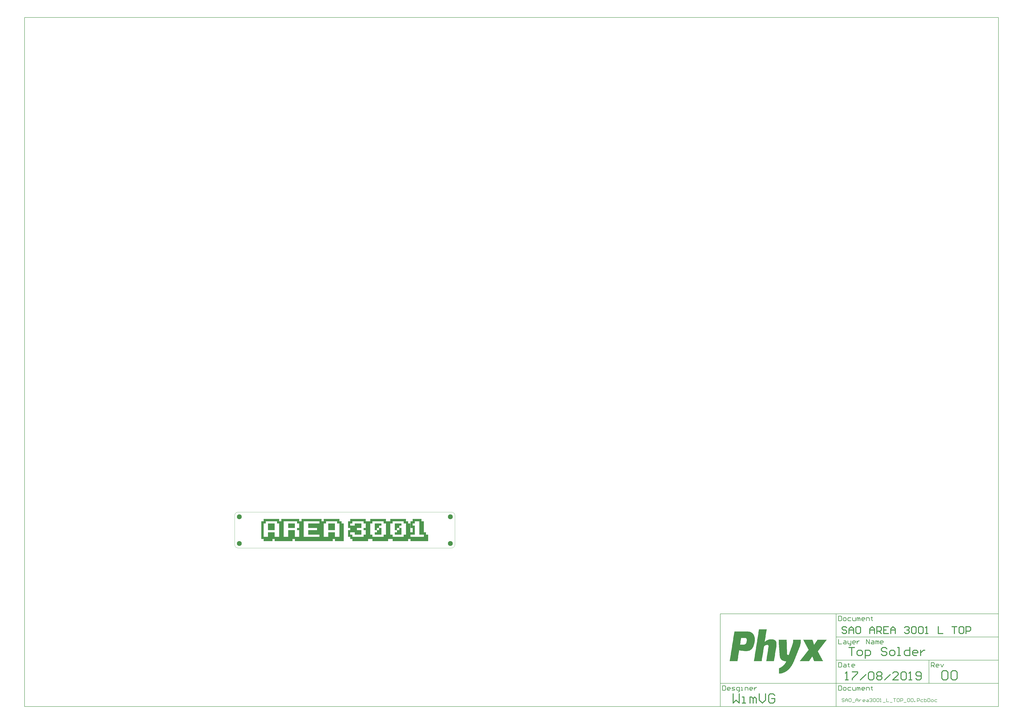
<source format=gts>
G04*
G04 #@! TF.GenerationSoftware,Altium Limited,Altium Designer,18.1.7 (191)*
G04*
G04 Layer_Color=8388736*
%FSLAX25Y25*%
%MOIN*%
G70*
G01*
G75*
%ADD10C,0.01575*%
%ADD11C,0.00394*%
%ADD12C,0.00787*%
%ADD13C,0.00984*%
%ADD14C,0.08268*%
G36*
X177807Y45566D02*
X181616D01*
Y41837D01*
X185344D01*
Y38029D01*
Y34220D01*
Y30452D01*
Y26643D01*
Y22835D01*
Y19106D01*
Y15378D01*
Y11649D01*
X170230D01*
Y15378D01*
X166422D01*
Y11649D01*
X151308D01*
Y15378D01*
X151268D01*
Y11649D01*
X117231D01*
Y15378D01*
X117191D01*
Y11649D01*
X102077D01*
Y15378D01*
X98269D01*
Y11649D01*
X83155D01*
Y15378D01*
X83115D01*
Y11649D01*
X68001D01*
Y15378D01*
X64192D01*
Y11649D01*
X49078D01*
Y15378D01*
X45310D01*
Y19106D01*
Y22835D01*
Y26643D01*
Y30452D01*
Y34220D01*
Y38029D01*
Y41837D01*
Y45566D01*
X49078D01*
Y49374D01*
X75578D01*
Y45566D01*
X79386D01*
Y49374D01*
X109654D01*
Y45566D01*
X113463D01*
Y49374D01*
X147539D01*
Y45566D01*
X151308D01*
Y49374D01*
X177807D01*
Y45566D01*
D02*
G37*
G36*
X317320D02*
X321129D01*
Y41837D01*
Y38029D01*
Y34220D01*
Y30452D01*
Y26643D01*
X324897D01*
Y22835D01*
X328706D01*
Y19106D01*
Y15378D01*
Y11649D01*
X298398D01*
Y15378D01*
X294630D01*
Y11649D01*
X268130D01*
Y15378D01*
X264321D01*
Y19106D01*
X264281D01*
Y15378D01*
X260553D01*
Y11649D01*
X234053D01*
Y15378D01*
X230245D01*
Y19106D01*
X230205D01*
Y15378D01*
X226477D01*
Y11649D01*
X199977D01*
Y15378D01*
X196168D01*
Y19106D01*
X192400D01*
Y22835D01*
Y26643D01*
Y30452D01*
X196168D01*
Y34220D01*
X192400D01*
Y38029D01*
Y41837D01*
Y45566D01*
X196168D01*
Y49374D01*
X222668D01*
Y45566D01*
X230245D01*
Y49374D01*
X256744D01*
Y45566D01*
X264321D01*
Y49374D01*
X290821D01*
Y45566D01*
X294630D01*
Y41837D01*
X298358D01*
Y38029D01*
Y34220D01*
Y30452D01*
Y26643D01*
X302206D01*
Y30452D01*
Y34220D01*
X298398D01*
Y38029D01*
Y41837D01*
Y45566D01*
X302206D01*
Y49374D01*
X317320D01*
Y45566D01*
D02*
G37*
G36*
X1005337Y-155808D02*
X1005050D01*
Y-156094D01*
X1004764D01*
Y-156380D01*
Y-156667D01*
X1004478D01*
Y-156953D01*
X1004192D01*
Y-157239D01*
X1003905D01*
Y-157526D01*
Y-157812D01*
X1003619D01*
Y-158098D01*
X1003333D01*
Y-158385D01*
X1003046D01*
Y-158671D01*
X1002760D01*
Y-158957D01*
Y-159244D01*
X1002474D01*
Y-159530D01*
X1002187D01*
Y-159816D01*
X1001901D01*
Y-160102D01*
Y-160389D01*
X1001615D01*
Y-160675D01*
X1001328D01*
Y-160961D01*
X1001042D01*
Y-161248D01*
X1000756D01*
Y-161534D01*
Y-161820D01*
X1000469D01*
Y-162107D01*
X1000183D01*
Y-162393D01*
X999897D01*
Y-162679D01*
Y-162966D01*
X999611D01*
Y-163252D01*
X999324D01*
Y-163538D01*
X999038D01*
Y-163824D01*
Y-164111D01*
X998752D01*
Y-164397D01*
X998465D01*
Y-164683D01*
X998179D01*
Y-164970D01*
X997893D01*
Y-165256D01*
Y-165542D01*
X997606D01*
Y-165829D01*
X997320D01*
Y-166115D01*
X997034D01*
Y-166401D01*
Y-166688D01*
X996747D01*
Y-166974D01*
X996461D01*
Y-167260D01*
X996175D01*
Y-167547D01*
Y-167833D01*
X995889D01*
Y-168119D01*
X995602D01*
Y-168405D01*
X995316D01*
Y-168692D01*
X995030D01*
Y-168978D01*
Y-169264D01*
X994743D01*
Y-169551D01*
X994457D01*
Y-169837D01*
X994171D01*
Y-170123D01*
Y-170410D01*
X993884D01*
Y-170696D01*
X993598D01*
Y-170982D01*
X993312D01*
Y-171269D01*
Y-171555D01*
X993025D01*
Y-171841D01*
X992739D01*
Y-172127D01*
X992453D01*
Y-172414D01*
X992166D01*
Y-172700D01*
Y-172986D01*
X991880D01*
Y-173273D01*
X991594D01*
Y-173559D01*
X991308D01*
Y-173845D01*
Y-174132D01*
X991021D01*
Y-174418D01*
X990735D01*
Y-174704D01*
X990449D01*
Y-174991D01*
X990162D01*
Y-175277D01*
Y-175563D01*
X990449D01*
Y-175850D01*
Y-176136D01*
X990735D01*
Y-176422D01*
Y-176709D01*
X991021D01*
Y-176995D01*
X991308D01*
Y-177281D01*
Y-177568D01*
X991594D01*
Y-177854D01*
Y-178140D01*
X991880D01*
Y-178426D01*
Y-178713D01*
X992166D01*
Y-178999D01*
Y-179285D01*
X992453D01*
Y-179572D01*
Y-179858D01*
X992739D01*
Y-180144D01*
Y-180431D01*
X993025D01*
Y-180717D01*
Y-181003D01*
X993312D01*
Y-181290D01*
Y-181576D01*
X993598D01*
Y-181862D01*
X993884D01*
Y-182149D01*
Y-182435D01*
X994171D01*
Y-182721D01*
Y-183007D01*
X994457D01*
Y-183294D01*
Y-183580D01*
X994743D01*
Y-183866D01*
Y-184153D01*
X995030D01*
Y-184439D01*
Y-184725D01*
X995316D01*
Y-185012D01*
Y-185298D01*
X995602D01*
Y-185584D01*
Y-185871D01*
X995889D01*
Y-186157D01*
X996175D01*
Y-186443D01*
Y-186730D01*
X996461D01*
Y-187016D01*
Y-187302D01*
X996747D01*
Y-187588D01*
Y-187875D01*
X997034D01*
Y-188161D01*
Y-188447D01*
X997320D01*
Y-188734D01*
Y-189020D01*
X997606D01*
Y-189306D01*
Y-189593D01*
X997893D01*
Y-189879D01*
Y-190165D01*
X998179D01*
Y-190452D01*
X998465D01*
Y-190738D01*
Y-191024D01*
X998752D01*
Y-191311D01*
Y-191597D01*
X999038D01*
Y-191883D01*
X983863D01*
Y-191597D01*
X983577D01*
Y-191311D01*
Y-191024D01*
Y-190738D01*
X983291D01*
Y-190452D01*
Y-190165D01*
Y-189879D01*
X983004D01*
Y-189593D01*
Y-189306D01*
X982718D01*
Y-189020D01*
Y-188734D01*
Y-188447D01*
X982432D01*
Y-188161D01*
Y-187875D01*
Y-187588D01*
X982146D01*
Y-187302D01*
Y-187016D01*
X981859D01*
Y-186730D01*
Y-186443D01*
Y-186157D01*
X981573D01*
Y-185871D01*
Y-185584D01*
Y-185298D01*
X981287D01*
Y-185012D01*
Y-184725D01*
Y-184439D01*
X981000D01*
Y-184153D01*
X980428D01*
Y-184439D01*
Y-184725D01*
X980141D01*
Y-185012D01*
X979855D01*
Y-185298D01*
Y-185584D01*
X979569D01*
Y-185871D01*
X979282D01*
Y-186157D01*
Y-186443D01*
X978996D01*
Y-186730D01*
X978710D01*
Y-187016D01*
Y-187302D01*
X978423D01*
Y-187588D01*
X978137D01*
Y-187875D01*
X977851D01*
Y-188161D01*
Y-188447D01*
X977565D01*
Y-188734D01*
X977278D01*
Y-189020D01*
Y-189306D01*
X976992D01*
Y-189593D01*
X976705D01*
Y-189879D01*
Y-190165D01*
X976419D01*
Y-190452D01*
X976133D01*
Y-190738D01*
Y-191024D01*
X975847D01*
Y-191311D01*
X975560D01*
Y-191597D01*
Y-191883D01*
X959527D01*
Y-191597D01*
X959813D01*
Y-191311D01*
X960099D01*
Y-191024D01*
X960386D01*
Y-190738D01*
X960672D01*
Y-190452D01*
Y-190165D01*
X960958D01*
Y-189879D01*
X961245D01*
Y-189593D01*
X961531D01*
Y-189306D01*
X961817D01*
Y-189020D01*
Y-188734D01*
X962104D01*
Y-188447D01*
X962390D01*
Y-188161D01*
X962676D01*
Y-187875D01*
Y-187588D01*
X962963D01*
Y-187302D01*
X963249D01*
Y-187016D01*
X963535D01*
Y-186730D01*
X963822D01*
Y-186443D01*
Y-186157D01*
X964108D01*
Y-185871D01*
X964394D01*
Y-185584D01*
X964680D01*
Y-185298D01*
X964967D01*
Y-185012D01*
Y-184725D01*
X965253D01*
Y-184439D01*
X965539D01*
Y-184153D01*
X965826D01*
Y-183866D01*
Y-183580D01*
X966112D01*
Y-183294D01*
X966398D01*
Y-183007D01*
X966685D01*
Y-182721D01*
X966971D01*
Y-182435D01*
Y-182149D01*
X967257D01*
Y-181862D01*
X967544D01*
Y-181576D01*
X967830D01*
Y-181290D01*
Y-181003D01*
X968116D01*
Y-180717D01*
X968402D01*
Y-180431D01*
X968689D01*
Y-180144D01*
X968975D01*
Y-179858D01*
Y-179572D01*
X969261D01*
Y-179285D01*
X969548D01*
Y-178999D01*
X969834D01*
Y-178713D01*
Y-178426D01*
X970120D01*
Y-178140D01*
X970407D01*
Y-177854D01*
X970693D01*
Y-177568D01*
X970979D01*
Y-177281D01*
Y-176995D01*
X971266D01*
Y-176709D01*
X971552D01*
Y-176422D01*
X971838D01*
Y-176136D01*
X972124D01*
Y-175850D01*
Y-175563D01*
X972411D01*
Y-175277D01*
X972697D01*
Y-174991D01*
X972983D01*
Y-174704D01*
Y-174418D01*
X973270D01*
Y-174132D01*
X973556D01*
Y-173845D01*
X973842D01*
Y-173559D01*
X974129D01*
Y-173273D01*
Y-172986D01*
X974415D01*
Y-172700D01*
Y-172414D01*
Y-172127D01*
X974129D01*
Y-171841D01*
X973842D01*
Y-171555D01*
Y-171269D01*
X973556D01*
Y-170982D01*
Y-170696D01*
X973270D01*
Y-170410D01*
Y-170123D01*
X972983D01*
Y-169837D01*
Y-169551D01*
X972697D01*
Y-169264D01*
Y-168978D01*
X972411D01*
Y-168692D01*
Y-168405D01*
X972124D01*
Y-168119D01*
X971838D01*
Y-167833D01*
Y-167547D01*
X971552D01*
Y-167260D01*
Y-166974D01*
X971266D01*
Y-166688D01*
Y-166401D01*
X970979D01*
Y-166115D01*
Y-165829D01*
X970693D01*
Y-165542D01*
Y-165256D01*
X970407D01*
Y-164970D01*
Y-164683D01*
X970120D01*
Y-164397D01*
X969834D01*
Y-164111D01*
Y-163824D01*
X969548D01*
Y-163538D01*
Y-163252D01*
X969261D01*
Y-162966D01*
Y-162679D01*
X968975D01*
Y-162393D01*
Y-162107D01*
X968689D01*
Y-161820D01*
Y-161534D01*
X968402D01*
Y-161248D01*
Y-160961D01*
X968116D01*
Y-160675D01*
Y-160389D01*
X967830D01*
Y-160102D01*
X967544D01*
Y-159816D01*
Y-159530D01*
X967257D01*
Y-159244D01*
Y-158957D01*
X966971D01*
Y-158671D01*
Y-158385D01*
X966685D01*
Y-158098D01*
Y-157812D01*
X966398D01*
Y-157526D01*
Y-157239D01*
X966112D01*
Y-156953D01*
Y-156667D01*
X965826D01*
Y-156380D01*
X965539D01*
Y-156094D01*
Y-155808D01*
X965253D01*
Y-155521D01*
X981000D01*
Y-155808D01*
X981287D01*
Y-156094D01*
Y-156380D01*
Y-156667D01*
X981573D01*
Y-156953D01*
Y-157239D01*
Y-157526D01*
X981859D01*
Y-157812D01*
Y-158098D01*
Y-158385D01*
X982146D01*
Y-158671D01*
Y-158957D01*
Y-159244D01*
X982432D01*
Y-159530D01*
Y-159816D01*
Y-160102D01*
X982718D01*
Y-160389D01*
Y-160675D01*
Y-160961D01*
X983004D01*
Y-161248D01*
Y-161534D01*
Y-161820D01*
X983291D01*
Y-162107D01*
Y-162393D01*
Y-162679D01*
X983577D01*
Y-162966D01*
Y-163252D01*
Y-163538D01*
Y-163824D01*
X984150D01*
Y-163538D01*
X984436D01*
Y-163252D01*
X984722D01*
Y-162966D01*
Y-162679D01*
X985009D01*
Y-162393D01*
X985295D01*
Y-162107D01*
Y-161820D01*
X985581D01*
Y-161534D01*
X985868D01*
Y-161248D01*
Y-160961D01*
X986154D01*
Y-160675D01*
X986440D01*
Y-160389D01*
Y-160102D01*
X986726D01*
Y-159816D01*
X987013D01*
Y-159530D01*
Y-159244D01*
X987299D01*
Y-158957D01*
X987585D01*
Y-158671D01*
Y-158385D01*
X987872D01*
Y-158098D01*
X988158D01*
Y-157812D01*
Y-157526D01*
X988444D01*
Y-157239D01*
X988731D01*
Y-156953D01*
Y-156667D01*
X989017D01*
Y-156380D01*
X989303D01*
Y-156094D01*
Y-155808D01*
X989590D01*
Y-155521D01*
X1005337D01*
Y-155808D01*
D02*
G37*
G36*
X872201Y-141778D02*
X873919D01*
Y-142065D01*
X874778D01*
Y-142351D01*
X875637D01*
Y-142637D01*
X876496D01*
Y-142924D01*
X877069D01*
Y-143210D01*
X877355D01*
Y-143496D01*
X877928D01*
Y-143783D01*
X878214D01*
Y-144069D01*
X878786D01*
Y-144355D01*
X879073D01*
Y-144641D01*
X879359D01*
Y-144928D01*
X879646D01*
Y-145214D01*
X879932D01*
Y-145501D01*
X880218D01*
Y-145787D01*
X880504D01*
Y-146073D01*
Y-146359D01*
X880791D01*
Y-146646D01*
X881077D01*
Y-146932D01*
Y-147218D01*
X881363D01*
Y-147505D01*
X881650D01*
Y-147791D01*
Y-148077D01*
X881936D01*
Y-148364D01*
Y-148650D01*
Y-148936D01*
X882222D01*
Y-149223D01*
Y-149509D01*
Y-149795D01*
X882509D01*
Y-150082D01*
Y-150368D01*
Y-150654D01*
Y-150940D01*
X882795D01*
Y-151227D01*
Y-151513D01*
Y-151799D01*
Y-152086D01*
Y-152372D01*
X883081D01*
Y-152658D01*
Y-152945D01*
Y-153231D01*
Y-153517D01*
Y-153804D01*
Y-154090D01*
Y-154376D01*
Y-154663D01*
Y-154949D01*
Y-155235D01*
Y-155521D01*
Y-155808D01*
Y-156094D01*
Y-156380D01*
Y-156667D01*
Y-156953D01*
Y-157239D01*
Y-157526D01*
Y-157812D01*
Y-158098D01*
X882795D01*
Y-158385D01*
Y-158671D01*
Y-158957D01*
Y-159244D01*
Y-159530D01*
Y-159816D01*
Y-160102D01*
X882509D01*
Y-160389D01*
Y-160675D01*
Y-160961D01*
Y-161248D01*
Y-161534D01*
X882222D01*
Y-161820D01*
Y-162107D01*
Y-162393D01*
Y-162679D01*
Y-162966D01*
X881936D01*
Y-163252D01*
Y-163538D01*
Y-163824D01*
X881650D01*
Y-164111D01*
Y-164397D01*
Y-164683D01*
Y-164970D01*
X881363D01*
Y-165256D01*
Y-165542D01*
Y-165829D01*
X881077D01*
Y-166115D01*
Y-166401D01*
X880791D01*
Y-166688D01*
Y-166974D01*
Y-167260D01*
X880504D01*
Y-167547D01*
Y-167833D01*
X880218D01*
Y-168119D01*
Y-168405D01*
X879932D01*
Y-168692D01*
Y-168978D01*
X879646D01*
Y-169264D01*
X879359D01*
Y-169551D01*
Y-169837D01*
X879073D01*
Y-170123D01*
X878786D01*
Y-170410D01*
X878500D01*
Y-170696D01*
Y-170982D01*
X878214D01*
Y-171269D01*
X877928D01*
Y-171555D01*
X877641D01*
Y-171841D01*
X877355D01*
Y-172127D01*
X877069D01*
Y-172414D01*
X876496D01*
Y-172700D01*
X876210D01*
Y-172986D01*
X875637D01*
Y-173273D01*
X875351D01*
Y-173559D01*
X874778D01*
Y-173845D01*
X873919D01*
Y-174132D01*
X873060D01*
Y-174418D01*
X872201D01*
Y-174704D01*
X870483D01*
Y-174991D01*
X865330D01*
Y-174704D01*
X862753D01*
Y-174418D01*
X860749D01*
Y-174132D01*
X859317D01*
Y-173845D01*
X857886D01*
Y-173559D01*
X856454D01*
Y-173845D01*
Y-174132D01*
Y-174418D01*
Y-174704D01*
Y-174991D01*
Y-175277D01*
Y-175563D01*
X856168D01*
Y-175850D01*
Y-176136D01*
Y-176422D01*
Y-176709D01*
Y-176995D01*
Y-177281D01*
X855882D01*
Y-177568D01*
Y-177854D01*
Y-178140D01*
Y-178426D01*
Y-178713D01*
Y-178999D01*
X855595D01*
Y-179285D01*
Y-179572D01*
Y-179858D01*
Y-180144D01*
Y-180431D01*
Y-180717D01*
Y-181003D01*
X855309D01*
Y-181290D01*
Y-181576D01*
Y-181862D01*
Y-182149D01*
Y-182435D01*
Y-182721D01*
X855023D01*
Y-183007D01*
Y-183294D01*
Y-183580D01*
Y-183866D01*
Y-184153D01*
Y-184439D01*
X854736D01*
Y-184725D01*
Y-185012D01*
Y-185298D01*
Y-185584D01*
Y-185871D01*
Y-186157D01*
Y-186443D01*
X854450D01*
Y-186730D01*
Y-187016D01*
Y-187302D01*
Y-187588D01*
Y-187875D01*
Y-188161D01*
X854164D01*
Y-188447D01*
Y-188734D01*
Y-189020D01*
Y-189306D01*
Y-189593D01*
Y-189879D01*
X853877D01*
Y-190165D01*
Y-190452D01*
Y-190738D01*
Y-191024D01*
Y-191311D01*
Y-191597D01*
Y-191883D01*
X840421D01*
Y-191597D01*
X840707D01*
Y-191311D01*
Y-191024D01*
Y-190738D01*
Y-190452D01*
Y-190165D01*
X840993D01*
Y-189879D01*
Y-189593D01*
Y-189306D01*
Y-189020D01*
Y-188734D01*
Y-188447D01*
Y-188161D01*
X841280D01*
Y-187875D01*
Y-187588D01*
Y-187302D01*
Y-187016D01*
Y-186730D01*
Y-186443D01*
X841566D01*
Y-186157D01*
Y-185871D01*
Y-185584D01*
Y-185298D01*
Y-185012D01*
Y-184725D01*
X841852D01*
Y-184439D01*
Y-184153D01*
Y-183866D01*
Y-183580D01*
Y-183294D01*
Y-183007D01*
Y-182721D01*
X842138D01*
Y-182435D01*
Y-182149D01*
Y-181862D01*
Y-181576D01*
Y-181290D01*
Y-181003D01*
X842425D01*
Y-180717D01*
Y-180431D01*
Y-180144D01*
Y-179858D01*
Y-179572D01*
Y-179285D01*
X842711D01*
Y-178999D01*
Y-178713D01*
Y-178426D01*
Y-178140D01*
Y-177854D01*
Y-177568D01*
X842997D01*
Y-177281D01*
Y-176995D01*
Y-176709D01*
Y-176422D01*
Y-176136D01*
Y-175850D01*
Y-175563D01*
X843284D01*
Y-175277D01*
Y-174991D01*
Y-174704D01*
Y-174418D01*
Y-174132D01*
Y-173845D01*
X843570D01*
Y-173559D01*
Y-173273D01*
Y-172986D01*
Y-172700D01*
Y-172414D01*
Y-172127D01*
X843856D01*
Y-171841D01*
Y-171555D01*
Y-171269D01*
Y-170982D01*
Y-170696D01*
Y-170410D01*
X844143D01*
Y-170123D01*
Y-169837D01*
Y-169551D01*
Y-169264D01*
Y-168978D01*
Y-168692D01*
Y-168405D01*
X844429D01*
Y-168119D01*
Y-167833D01*
Y-167547D01*
Y-167260D01*
Y-166974D01*
Y-166688D01*
X844715D01*
Y-166401D01*
Y-166115D01*
Y-165829D01*
Y-165542D01*
Y-165256D01*
Y-164970D01*
X845002D01*
Y-164683D01*
Y-164397D01*
Y-164111D01*
Y-163824D01*
Y-163538D01*
Y-163252D01*
Y-162966D01*
X845288D01*
Y-162679D01*
Y-162393D01*
Y-162107D01*
Y-161820D01*
Y-161534D01*
Y-161248D01*
X845574D01*
Y-160961D01*
Y-160675D01*
Y-160389D01*
Y-160102D01*
Y-159816D01*
Y-159530D01*
X845861D01*
Y-159244D01*
Y-158957D01*
Y-158671D01*
Y-158385D01*
Y-158098D01*
Y-157812D01*
X846147D01*
Y-157526D01*
Y-157239D01*
Y-156953D01*
Y-156667D01*
Y-156380D01*
Y-156094D01*
Y-155808D01*
X846433D01*
Y-155521D01*
Y-155235D01*
Y-154949D01*
Y-154663D01*
Y-154376D01*
Y-154090D01*
X846719D01*
Y-153804D01*
Y-153517D01*
Y-153231D01*
Y-152945D01*
Y-152658D01*
Y-152372D01*
X847006D01*
Y-152086D01*
Y-151799D01*
Y-151513D01*
Y-151227D01*
Y-150940D01*
Y-150654D01*
Y-150368D01*
X847292D01*
Y-150082D01*
Y-149795D01*
Y-149509D01*
Y-149223D01*
Y-148936D01*
Y-148650D01*
X847578D01*
Y-148364D01*
Y-148077D01*
Y-147791D01*
Y-147505D01*
Y-147218D01*
Y-146932D01*
X847865D01*
Y-146646D01*
Y-146359D01*
Y-146073D01*
Y-145787D01*
Y-145501D01*
Y-145214D01*
Y-144928D01*
X848151D01*
Y-144641D01*
Y-144355D01*
Y-144069D01*
Y-143783D01*
Y-143496D01*
Y-143210D01*
X848437D01*
Y-142924D01*
Y-142637D01*
Y-142351D01*
Y-142065D01*
Y-141778D01*
Y-141492D01*
X872201D01*
Y-141778D01*
D02*
G37*
G36*
X961245Y-155808D02*
Y-156094D01*
Y-156380D01*
Y-156667D01*
Y-156953D01*
Y-157239D01*
Y-157526D01*
Y-157812D01*
Y-158098D01*
Y-158385D01*
Y-158671D01*
Y-158957D01*
Y-159244D01*
Y-159530D01*
Y-159816D01*
Y-160102D01*
Y-160389D01*
Y-160675D01*
Y-160961D01*
Y-161248D01*
Y-161534D01*
X960958D01*
Y-161820D01*
Y-162107D01*
Y-162393D01*
Y-162679D01*
Y-162966D01*
X960672D01*
Y-163252D01*
Y-163538D01*
Y-163824D01*
Y-164111D01*
X960386D01*
Y-164397D01*
Y-164683D01*
Y-164970D01*
Y-165256D01*
X960099D01*
Y-165542D01*
Y-165829D01*
Y-166115D01*
X959813D01*
Y-166401D01*
Y-166688D01*
Y-166974D01*
X959527D01*
Y-167260D01*
Y-167547D01*
Y-167833D01*
X959241D01*
Y-168119D01*
Y-168405D01*
Y-168692D01*
X958954D01*
Y-168978D01*
Y-169264D01*
X958668D01*
Y-169551D01*
Y-169837D01*
X958381D01*
Y-170123D01*
Y-170410D01*
Y-170696D01*
X958095D01*
Y-170982D01*
Y-171269D01*
X957809D01*
Y-171555D01*
Y-171841D01*
Y-172127D01*
X957523D01*
Y-172414D01*
Y-172700D01*
X957236D01*
Y-172986D01*
Y-173273D01*
Y-173559D01*
X956950D01*
Y-173845D01*
Y-174132D01*
X956664D01*
Y-174418D01*
Y-174704D01*
Y-174991D01*
X956377D01*
Y-175277D01*
Y-175563D01*
X956091D01*
Y-175850D01*
Y-176136D01*
Y-176422D01*
X955805D01*
Y-176709D01*
Y-176995D01*
X955518D01*
Y-177281D01*
Y-177568D01*
Y-177854D01*
X955232D01*
Y-178140D01*
Y-178426D01*
X954946D01*
Y-178713D01*
Y-178999D01*
Y-179285D01*
X954659D01*
Y-179572D01*
Y-179858D01*
X954373D01*
Y-180144D01*
Y-180431D01*
Y-180717D01*
X954087D01*
Y-181003D01*
Y-181290D01*
X953800D01*
Y-181576D01*
Y-181862D01*
Y-182149D01*
X953514D01*
Y-182435D01*
Y-182721D01*
X953228D01*
Y-183007D01*
Y-183294D01*
Y-183580D01*
X952942D01*
Y-183866D01*
Y-184153D01*
X952655D01*
Y-184439D01*
Y-184725D01*
Y-185012D01*
X952369D01*
Y-185298D01*
Y-185584D01*
X952083D01*
Y-185871D01*
Y-186157D01*
Y-186443D01*
X951796D01*
Y-186730D01*
Y-187016D01*
X951510D01*
Y-187302D01*
Y-187588D01*
Y-187875D01*
X951224D01*
Y-188161D01*
Y-188447D01*
X950937D01*
Y-188734D01*
Y-189020D01*
Y-189306D01*
X950651D01*
Y-189593D01*
Y-189879D01*
X950365D01*
Y-190165D01*
Y-190452D01*
Y-190738D01*
X950078D01*
Y-191024D01*
Y-191311D01*
X949792D01*
Y-191597D01*
Y-191883D01*
Y-192169D01*
X949506D01*
Y-192456D01*
Y-192742D01*
X949220D01*
Y-193028D01*
Y-193315D01*
X948933D01*
Y-193601D01*
Y-193887D01*
X948647D01*
Y-194174D01*
Y-194460D01*
Y-194746D01*
X948361D01*
Y-195033D01*
X948074D01*
Y-195319D01*
Y-195605D01*
Y-195891D01*
X947788D01*
Y-196178D01*
X947502D01*
Y-196464D01*
Y-196750D01*
X947215D01*
Y-197037D01*
Y-197323D01*
X946929D01*
Y-197609D01*
Y-197896D01*
X946643D01*
Y-198182D01*
Y-198468D01*
X946356D01*
Y-198755D01*
X946070D01*
Y-199041D01*
Y-199327D01*
X945784D01*
Y-199614D01*
Y-199900D01*
X945497D01*
Y-200186D01*
X945211D01*
Y-200472D01*
X944925D01*
Y-200759D01*
Y-201045D01*
X944639D01*
Y-201331D01*
X944352D01*
Y-201618D01*
Y-201904D01*
X944066D01*
Y-202190D01*
X943780D01*
Y-202477D01*
X943493D01*
Y-202763D01*
Y-203049D01*
X943207D01*
Y-203336D01*
X942921D01*
Y-203622D01*
X942634D01*
Y-203908D01*
X942348D01*
Y-204195D01*
X942062D01*
Y-204481D01*
Y-204767D01*
X941775D01*
Y-205053D01*
X941489D01*
Y-205340D01*
X941203D01*
Y-205626D01*
X940916D01*
Y-205912D01*
X940630D01*
Y-206199D01*
X940344D01*
Y-206485D01*
X940057D01*
Y-206771D01*
X939485D01*
Y-207058D01*
X939199D01*
Y-207344D01*
X938912D01*
Y-207630D01*
X938626D01*
Y-207917D01*
X938340D01*
Y-208203D01*
X937767D01*
Y-208489D01*
X937481D01*
Y-208776D01*
X936908D01*
Y-209062D01*
X936622D01*
Y-209348D01*
X936049D01*
Y-209634D01*
X935763D01*
Y-209921D01*
X935190D01*
Y-210207D01*
X934618D01*
Y-210493D01*
X934045D01*
Y-210780D01*
X933472D01*
Y-211066D01*
X932900D01*
Y-211352D01*
X932041D01*
Y-211639D01*
X931468D01*
Y-211925D01*
X930609D01*
Y-212211D01*
X929464D01*
Y-212498D01*
X928319D01*
Y-212784D01*
X926601D01*
Y-213070D01*
X924597D01*
Y-213357D01*
X924310D01*
Y-213070D01*
Y-212784D01*
Y-212498D01*
Y-212211D01*
Y-211925D01*
Y-211639D01*
Y-211352D01*
Y-211066D01*
Y-210780D01*
Y-210493D01*
Y-210207D01*
Y-209921D01*
Y-209634D01*
Y-209348D01*
Y-209062D01*
Y-208776D01*
Y-208489D01*
Y-208203D01*
Y-207917D01*
Y-207630D01*
Y-207344D01*
Y-207058D01*
Y-206771D01*
Y-206485D01*
Y-206199D01*
Y-205912D01*
Y-205626D01*
Y-205340D01*
Y-205053D01*
Y-204767D01*
Y-204481D01*
Y-204195D01*
Y-203908D01*
X924883D01*
Y-203622D01*
X925455D01*
Y-203336D01*
X926028D01*
Y-203049D01*
X926601D01*
Y-202763D01*
X927173D01*
Y-202477D01*
X927746D01*
Y-202190D01*
X928032D01*
Y-201904D01*
X928605D01*
Y-201618D01*
X928891D01*
Y-201331D01*
X929464D01*
Y-201045D01*
X929750D01*
Y-200759D01*
X930037D01*
Y-200472D01*
X930609D01*
Y-200186D01*
X930896D01*
Y-199900D01*
X931182D01*
Y-199614D01*
X931468D01*
Y-199327D01*
X931754D01*
Y-199041D01*
X932041D01*
Y-198755D01*
X932327D01*
Y-198468D01*
X932613D01*
Y-198182D01*
X932900D01*
Y-197896D01*
X933186D01*
Y-197609D01*
X933472D01*
Y-197323D01*
X933759D01*
Y-197037D01*
Y-196750D01*
X934045D01*
Y-196464D01*
X934331D01*
Y-196178D01*
X934618D01*
Y-195891D01*
Y-195605D01*
X934904D01*
Y-195319D01*
X935190D01*
Y-195033D01*
Y-194746D01*
X935476D01*
Y-194460D01*
Y-194174D01*
X935763D01*
Y-193887D01*
X936049D01*
Y-193601D01*
Y-193315D01*
X936335D01*
Y-193028D01*
Y-192742D01*
X936622D01*
Y-192456D01*
Y-192169D01*
X934904D01*
Y-191883D01*
X932900D01*
Y-191597D01*
X931754D01*
Y-191311D01*
X931182D01*
Y-191024D01*
X930323D01*
Y-190738D01*
X929750D01*
Y-190452D01*
X929464D01*
Y-190165D01*
X928891D01*
Y-189879D01*
X928605D01*
Y-189593D01*
X928319D01*
Y-189306D01*
X928032D01*
Y-189020D01*
X927746D01*
Y-188734D01*
X927460D01*
Y-188447D01*
Y-188161D01*
X927173D01*
Y-187875D01*
X926887D01*
Y-187588D01*
Y-187302D01*
X926601D01*
Y-187016D01*
Y-186730D01*
X926315D01*
Y-186443D01*
Y-186157D01*
X926028D01*
Y-185871D01*
Y-185584D01*
Y-185298D01*
X925742D01*
Y-185012D01*
Y-184725D01*
Y-184439D01*
Y-184153D01*
X925455D01*
Y-183866D01*
Y-183580D01*
Y-183294D01*
Y-183007D01*
Y-182721D01*
Y-182435D01*
Y-182149D01*
X925169D01*
Y-181862D01*
Y-181576D01*
Y-181290D01*
Y-181003D01*
Y-180717D01*
Y-180431D01*
Y-180144D01*
Y-179858D01*
Y-179572D01*
Y-179285D01*
Y-178999D01*
Y-178713D01*
Y-178426D01*
Y-178140D01*
Y-177854D01*
X924883D01*
Y-177568D01*
Y-177281D01*
Y-176995D01*
Y-176709D01*
Y-176422D01*
Y-176136D01*
Y-175850D01*
Y-175563D01*
Y-175277D01*
Y-174991D01*
Y-174704D01*
Y-174418D01*
Y-174132D01*
Y-173845D01*
Y-173559D01*
X924597D01*
Y-173273D01*
Y-172986D01*
Y-172700D01*
Y-172414D01*
Y-172127D01*
Y-171841D01*
Y-171555D01*
Y-171269D01*
Y-170982D01*
Y-170696D01*
Y-170410D01*
Y-170123D01*
Y-169837D01*
Y-169551D01*
Y-169264D01*
Y-168978D01*
X924310D01*
Y-168692D01*
Y-168405D01*
Y-168119D01*
Y-167833D01*
Y-167547D01*
Y-167260D01*
Y-166974D01*
Y-166688D01*
Y-166401D01*
Y-166115D01*
Y-165829D01*
Y-165542D01*
Y-165256D01*
Y-164970D01*
Y-164683D01*
Y-164397D01*
X924024D01*
Y-164111D01*
Y-163824D01*
Y-163538D01*
Y-163252D01*
Y-162966D01*
Y-162679D01*
Y-162393D01*
Y-162107D01*
Y-161820D01*
Y-161534D01*
Y-161248D01*
Y-160961D01*
Y-160675D01*
Y-160389D01*
X923738D01*
Y-160102D01*
Y-159816D01*
Y-159530D01*
Y-159244D01*
Y-158957D01*
Y-158671D01*
Y-158385D01*
Y-158098D01*
Y-157812D01*
Y-157526D01*
Y-157239D01*
Y-156953D01*
Y-156667D01*
Y-156380D01*
Y-156094D01*
Y-155808D01*
X923451D01*
Y-155521D01*
X937194D01*
Y-155808D01*
Y-156094D01*
Y-156380D01*
Y-156667D01*
Y-156953D01*
Y-157239D01*
Y-157526D01*
Y-157812D01*
Y-158098D01*
Y-158385D01*
Y-158671D01*
Y-158957D01*
Y-159244D01*
Y-159530D01*
X937481D01*
Y-159816D01*
Y-160102D01*
Y-160389D01*
Y-160675D01*
Y-160961D01*
Y-161248D01*
Y-161534D01*
Y-161820D01*
Y-162107D01*
Y-162393D01*
Y-162679D01*
Y-162966D01*
Y-163252D01*
Y-163538D01*
Y-163824D01*
Y-164111D01*
Y-164397D01*
Y-164683D01*
Y-164970D01*
Y-165256D01*
Y-165542D01*
Y-165829D01*
Y-166115D01*
Y-166401D01*
Y-166688D01*
Y-166974D01*
Y-167260D01*
Y-167547D01*
Y-167833D01*
Y-168119D01*
Y-168405D01*
Y-168692D01*
Y-168978D01*
Y-169264D01*
Y-169551D01*
Y-169837D01*
Y-170123D01*
Y-170410D01*
Y-170696D01*
Y-170982D01*
Y-171269D01*
X937767D01*
Y-171555D01*
X937481D01*
Y-171841D01*
Y-172127D01*
X937767D01*
Y-172414D01*
Y-172700D01*
Y-172986D01*
Y-173273D01*
Y-173559D01*
Y-173845D01*
Y-174132D01*
Y-174418D01*
Y-174704D01*
Y-174991D01*
Y-175277D01*
Y-175563D01*
Y-175850D01*
Y-176136D01*
Y-176422D01*
Y-176709D01*
Y-176995D01*
Y-177281D01*
Y-177568D01*
Y-177854D01*
Y-178140D01*
Y-178426D01*
Y-178713D01*
Y-178999D01*
Y-179285D01*
Y-179572D01*
X938053D01*
Y-179858D01*
Y-180144D01*
Y-180431D01*
X938340D01*
Y-180717D01*
X938626D01*
Y-181003D01*
X938912D01*
Y-181290D01*
X939771D01*
Y-181576D01*
X940630D01*
Y-181290D01*
X940916D01*
Y-181003D01*
Y-180717D01*
Y-180431D01*
X941203D01*
Y-180144D01*
Y-179858D01*
X941489D01*
Y-179572D01*
Y-179285D01*
Y-178999D01*
X941775D01*
Y-178713D01*
Y-178426D01*
Y-178140D01*
X942062D01*
Y-177854D01*
Y-177568D01*
Y-177281D01*
X942348D01*
Y-176995D01*
Y-176709D01*
Y-176422D01*
X942634D01*
Y-176136D01*
Y-175850D01*
X942921D01*
Y-175563D01*
Y-175277D01*
Y-174991D01*
X943207D01*
Y-174704D01*
Y-174418D01*
Y-174132D01*
X943493D01*
Y-173845D01*
Y-173559D01*
Y-173273D01*
X943780D01*
Y-172986D01*
Y-172700D01*
X944066D01*
Y-172414D01*
Y-172127D01*
Y-171841D01*
X944352D01*
Y-171555D01*
Y-171269D01*
Y-170982D01*
X944639D01*
Y-170696D01*
Y-170410D01*
Y-170123D01*
X944925D01*
Y-169837D01*
Y-169551D01*
X945211D01*
Y-169264D01*
Y-168978D01*
Y-168692D01*
X945497D01*
Y-168405D01*
Y-168119D01*
Y-167833D01*
X945784D01*
Y-167547D01*
Y-167260D01*
Y-166974D01*
X946070D01*
Y-166688D01*
Y-166401D01*
X946356D01*
Y-166115D01*
Y-165829D01*
Y-165542D01*
X946643D01*
Y-165256D01*
Y-164970D01*
Y-164683D01*
X946929D01*
Y-164397D01*
Y-164111D01*
Y-163824D01*
X947215D01*
Y-163538D01*
Y-163252D01*
Y-162966D01*
Y-162679D01*
X947502D01*
Y-162393D01*
Y-162107D01*
Y-161820D01*
Y-161534D01*
X947788D01*
Y-161248D01*
Y-160961D01*
Y-160675D01*
Y-160389D01*
Y-160102D01*
X948074D01*
Y-159816D01*
Y-159530D01*
Y-159244D01*
Y-158957D01*
Y-158671D01*
Y-158385D01*
X948361D01*
Y-158098D01*
Y-157812D01*
Y-157526D01*
Y-157239D01*
Y-156953D01*
Y-156667D01*
Y-156380D01*
Y-156094D01*
Y-155808D01*
Y-155521D01*
X961245D01*
Y-155808D01*
D02*
G37*
G36*
X903409Y-138343D02*
Y-138629D01*
X903123D01*
Y-138915D01*
Y-139202D01*
Y-139488D01*
Y-139774D01*
Y-140060D01*
Y-140347D01*
X902837D01*
Y-140633D01*
Y-140919D01*
Y-141206D01*
Y-141492D01*
Y-141778D01*
Y-142065D01*
X902551D01*
Y-142351D01*
Y-142637D01*
Y-142924D01*
Y-143210D01*
Y-143496D01*
Y-143783D01*
Y-144069D01*
X902264D01*
Y-144355D01*
Y-144641D01*
Y-144928D01*
Y-145214D01*
Y-145501D01*
Y-145787D01*
X901978D01*
Y-146073D01*
Y-146359D01*
Y-146646D01*
Y-146932D01*
Y-147218D01*
Y-147505D01*
X901692D01*
Y-147791D01*
Y-148077D01*
Y-148364D01*
Y-148650D01*
Y-148936D01*
Y-149223D01*
Y-149509D01*
X901405D01*
Y-149795D01*
Y-150082D01*
Y-150368D01*
Y-150654D01*
Y-150940D01*
Y-151227D01*
X901119D01*
Y-151513D01*
Y-151799D01*
Y-152086D01*
Y-152372D01*
Y-152658D01*
Y-152945D01*
X900833D01*
Y-153231D01*
Y-153517D01*
Y-153804D01*
Y-154090D01*
Y-154376D01*
Y-154663D01*
X900546D01*
Y-154949D01*
Y-155235D01*
Y-155521D01*
Y-155808D01*
Y-156094D01*
Y-156380D01*
Y-156667D01*
X900260D01*
Y-156953D01*
Y-157239D01*
Y-157526D01*
Y-157812D01*
Y-158098D01*
Y-158385D01*
X899974D01*
Y-158671D01*
Y-158957D01*
X900546D01*
Y-158671D01*
X900833D01*
Y-158385D01*
X901119D01*
Y-158098D01*
X901692D01*
Y-157812D01*
X901978D01*
Y-157526D01*
X902264D01*
Y-157239D01*
X902837D01*
Y-156953D01*
X903409D01*
Y-156667D01*
X903696D01*
Y-156380D01*
X904268D01*
Y-156094D01*
X905127D01*
Y-155808D01*
X905700D01*
Y-155521D01*
X906559D01*
Y-155235D01*
X907990D01*
Y-154949D01*
X914289D01*
Y-155235D01*
X915435D01*
Y-155521D01*
X916294D01*
Y-155808D01*
X916866D01*
Y-156094D01*
X917153D01*
Y-156380D01*
X917725D01*
Y-156667D01*
X918011D01*
Y-156953D01*
X918298D01*
Y-157239D01*
X918584D01*
Y-157526D01*
X918870D01*
Y-157812D01*
Y-158098D01*
X919157D01*
Y-158385D01*
Y-158671D01*
X919443D01*
Y-158957D01*
Y-159244D01*
Y-159530D01*
X919729D01*
Y-159816D01*
Y-160102D01*
Y-160389D01*
Y-160675D01*
X920016D01*
Y-160961D01*
Y-161248D01*
Y-161534D01*
Y-161820D01*
Y-162107D01*
Y-162393D01*
Y-162679D01*
Y-162966D01*
Y-163252D01*
Y-163538D01*
Y-163824D01*
Y-164111D01*
Y-164397D01*
Y-164683D01*
Y-164970D01*
Y-165256D01*
Y-165542D01*
Y-165829D01*
X919729D01*
Y-166115D01*
Y-166401D01*
Y-166688D01*
Y-166974D01*
Y-167260D01*
Y-167547D01*
Y-167833D01*
X919443D01*
Y-168119D01*
Y-168405D01*
Y-168692D01*
Y-168978D01*
Y-169264D01*
Y-169551D01*
Y-169837D01*
X919157D01*
Y-170123D01*
Y-170410D01*
Y-170696D01*
Y-170982D01*
Y-171269D01*
Y-171555D01*
X918870D01*
Y-171841D01*
Y-172127D01*
Y-172414D01*
Y-172700D01*
Y-172986D01*
Y-173273D01*
X918584D01*
Y-173559D01*
Y-173845D01*
Y-174132D01*
Y-174418D01*
Y-174704D01*
Y-174991D01*
X918298D01*
Y-175277D01*
Y-175563D01*
Y-175850D01*
Y-176136D01*
Y-176422D01*
Y-176709D01*
Y-176995D01*
X918011D01*
Y-177281D01*
Y-177568D01*
Y-177854D01*
Y-178140D01*
Y-178426D01*
Y-178713D01*
X917725D01*
Y-178999D01*
Y-179285D01*
Y-179572D01*
Y-179858D01*
Y-180144D01*
Y-180431D01*
X917439D01*
Y-180717D01*
Y-181003D01*
Y-181290D01*
Y-181576D01*
Y-181862D01*
Y-182149D01*
Y-182435D01*
X917153D01*
Y-182721D01*
Y-183007D01*
Y-183294D01*
Y-183580D01*
Y-183866D01*
Y-184153D01*
X916866D01*
Y-184439D01*
Y-184725D01*
Y-185012D01*
Y-185298D01*
Y-185584D01*
Y-185871D01*
X916580D01*
Y-186157D01*
Y-186443D01*
Y-186730D01*
Y-187016D01*
Y-187302D01*
Y-187588D01*
X916294D01*
Y-187875D01*
Y-188161D01*
Y-188447D01*
Y-188734D01*
Y-189020D01*
Y-189306D01*
Y-189593D01*
X916007D01*
Y-189879D01*
Y-190165D01*
Y-190452D01*
Y-190738D01*
Y-191024D01*
Y-191311D01*
X915721D01*
Y-191597D01*
Y-191883D01*
X902551D01*
Y-191597D01*
Y-191311D01*
X902837D01*
Y-191024D01*
Y-190738D01*
Y-190452D01*
Y-190165D01*
Y-189879D01*
Y-189593D01*
X903123D01*
Y-189306D01*
Y-189020D01*
Y-188734D01*
Y-188447D01*
Y-188161D01*
Y-187875D01*
Y-187588D01*
X903409D01*
Y-187302D01*
Y-187016D01*
Y-186730D01*
Y-186443D01*
Y-186157D01*
Y-185871D01*
X903696D01*
Y-185584D01*
Y-185298D01*
Y-185012D01*
Y-184725D01*
Y-184439D01*
Y-184153D01*
X903982D01*
Y-183866D01*
Y-183580D01*
Y-183294D01*
Y-183007D01*
Y-182721D01*
Y-182435D01*
Y-182149D01*
X904268D01*
Y-181862D01*
Y-181576D01*
Y-181290D01*
Y-181003D01*
Y-180717D01*
Y-180431D01*
X904555D01*
Y-180144D01*
Y-179858D01*
Y-179572D01*
Y-179285D01*
Y-178999D01*
Y-178713D01*
Y-178426D01*
X904841D01*
Y-178140D01*
Y-177854D01*
Y-177568D01*
Y-177281D01*
Y-176995D01*
Y-176709D01*
X905127D01*
Y-176422D01*
Y-176136D01*
Y-175850D01*
Y-175563D01*
Y-175277D01*
Y-174991D01*
X905414D01*
Y-174704D01*
Y-174418D01*
Y-174132D01*
Y-173845D01*
Y-173559D01*
Y-173273D01*
X905700D01*
Y-172986D01*
Y-172700D01*
Y-172414D01*
Y-172127D01*
Y-171841D01*
Y-171555D01*
Y-171269D01*
X905986D01*
Y-170982D01*
Y-170696D01*
Y-170410D01*
Y-170123D01*
Y-169837D01*
Y-169551D01*
X906273D01*
Y-169264D01*
Y-168978D01*
Y-168692D01*
Y-168405D01*
Y-168119D01*
Y-167833D01*
Y-167547D01*
X906559D01*
Y-167260D01*
Y-166974D01*
Y-166688D01*
Y-166401D01*
Y-166115D01*
Y-165829D01*
X906273D01*
Y-165542D01*
Y-165256D01*
X905986D01*
Y-164970D01*
X905700D01*
Y-164683D01*
X905127D01*
Y-164397D01*
X903409D01*
Y-164683D01*
X901978D01*
Y-164970D01*
X901119D01*
Y-165256D01*
X900546D01*
Y-165542D01*
X900260D01*
Y-165829D01*
X899687D01*
Y-166115D01*
X899401D01*
Y-166401D01*
X899115D01*
Y-166688D01*
Y-166974D01*
X898828D01*
Y-167260D01*
Y-167547D01*
Y-167833D01*
X898542D01*
Y-168119D01*
Y-168405D01*
Y-168692D01*
Y-168978D01*
Y-169264D01*
Y-169551D01*
X898256D01*
Y-169837D01*
Y-170123D01*
Y-170410D01*
Y-170696D01*
Y-170982D01*
Y-171269D01*
Y-171555D01*
X897970D01*
Y-171841D01*
Y-172127D01*
Y-172414D01*
Y-172700D01*
Y-172986D01*
Y-173273D01*
X897683D01*
Y-173559D01*
Y-173845D01*
Y-174132D01*
Y-174418D01*
Y-174704D01*
Y-174991D01*
X897397D01*
Y-175277D01*
Y-175563D01*
Y-175850D01*
Y-176136D01*
Y-176422D01*
Y-176709D01*
X897111D01*
Y-176995D01*
Y-177281D01*
Y-177568D01*
Y-177854D01*
Y-178140D01*
Y-178426D01*
Y-178713D01*
X896824D01*
Y-178999D01*
Y-179285D01*
Y-179572D01*
Y-179858D01*
Y-180144D01*
Y-180431D01*
X896538D01*
Y-180717D01*
Y-181003D01*
Y-181290D01*
Y-181576D01*
Y-181862D01*
Y-182149D01*
X896252D01*
Y-182435D01*
Y-182721D01*
Y-183007D01*
Y-183294D01*
Y-183580D01*
Y-183866D01*
Y-184153D01*
X895965D01*
Y-184439D01*
Y-184725D01*
Y-185012D01*
Y-185298D01*
Y-185584D01*
Y-185871D01*
X895679D01*
Y-186157D01*
Y-186443D01*
Y-186730D01*
Y-187016D01*
Y-187302D01*
Y-187588D01*
X895393D01*
Y-187875D01*
Y-188161D01*
Y-188447D01*
Y-188734D01*
Y-189020D01*
Y-189306D01*
X895106D01*
Y-189593D01*
Y-189879D01*
Y-190165D01*
Y-190452D01*
Y-190738D01*
Y-191024D01*
Y-191311D01*
X894820D01*
Y-191597D01*
Y-191883D01*
X881650D01*
Y-191597D01*
Y-191311D01*
X881936D01*
Y-191024D01*
Y-190738D01*
Y-190452D01*
Y-190165D01*
Y-189879D01*
Y-189593D01*
Y-189306D01*
X882222D01*
Y-189020D01*
Y-188734D01*
Y-188447D01*
Y-188161D01*
Y-187875D01*
Y-187588D01*
X882509D01*
Y-187302D01*
Y-187016D01*
Y-186730D01*
Y-186443D01*
Y-186157D01*
Y-185871D01*
X882795D01*
Y-185584D01*
Y-185298D01*
Y-185012D01*
Y-184725D01*
Y-184439D01*
Y-184153D01*
Y-183866D01*
X883081D01*
Y-183580D01*
Y-183294D01*
Y-183007D01*
Y-182721D01*
Y-182435D01*
Y-182149D01*
X883368D01*
Y-181862D01*
Y-181576D01*
Y-181290D01*
Y-181003D01*
Y-180717D01*
Y-180431D01*
X883654D01*
Y-180144D01*
Y-179858D01*
Y-179572D01*
Y-179285D01*
Y-178999D01*
Y-178713D01*
X883940D01*
Y-178426D01*
Y-178140D01*
Y-177854D01*
Y-177568D01*
Y-177281D01*
Y-176995D01*
Y-176709D01*
X884227D01*
Y-176422D01*
Y-176136D01*
Y-175850D01*
Y-175563D01*
Y-175277D01*
Y-174991D01*
X884513D01*
Y-174704D01*
Y-174418D01*
Y-174132D01*
Y-173845D01*
Y-173559D01*
Y-173273D01*
X884799D01*
Y-172986D01*
Y-172700D01*
Y-172414D01*
Y-172127D01*
Y-171841D01*
Y-171555D01*
Y-171269D01*
X885085D01*
Y-170982D01*
Y-170696D01*
Y-170410D01*
Y-170123D01*
Y-169837D01*
Y-169551D01*
X885372D01*
Y-169264D01*
Y-168978D01*
Y-168692D01*
Y-168405D01*
Y-168119D01*
Y-167833D01*
X885658D01*
Y-167547D01*
Y-167260D01*
Y-166974D01*
Y-166688D01*
Y-166401D01*
Y-166115D01*
X885944D01*
Y-165829D01*
Y-165542D01*
Y-165256D01*
Y-164970D01*
Y-164683D01*
Y-164397D01*
Y-164111D01*
X886231D01*
Y-163824D01*
Y-163538D01*
Y-163252D01*
Y-162966D01*
Y-162679D01*
Y-162393D01*
X886517D01*
Y-162107D01*
Y-161820D01*
Y-161534D01*
Y-161248D01*
Y-160961D01*
Y-160675D01*
X886803D01*
Y-160389D01*
Y-160102D01*
Y-159816D01*
Y-159530D01*
Y-159244D01*
Y-158957D01*
X887090D01*
Y-158671D01*
Y-158385D01*
Y-158098D01*
Y-157812D01*
Y-157526D01*
Y-157239D01*
Y-156953D01*
X887376D01*
Y-156667D01*
Y-156380D01*
Y-156094D01*
Y-155808D01*
Y-155521D01*
Y-155235D01*
X887662D01*
Y-154949D01*
Y-154663D01*
Y-154376D01*
Y-154090D01*
Y-153804D01*
Y-153517D01*
X887949D01*
Y-153231D01*
Y-152945D01*
Y-152658D01*
Y-152372D01*
Y-152086D01*
Y-151799D01*
Y-151513D01*
X888235D01*
Y-151227D01*
Y-150940D01*
Y-150654D01*
Y-150368D01*
Y-150082D01*
Y-149795D01*
X888521D01*
Y-149509D01*
Y-149223D01*
Y-148936D01*
Y-148650D01*
Y-148364D01*
Y-148077D01*
X888807D01*
Y-147791D01*
Y-147505D01*
Y-147218D01*
Y-146932D01*
Y-146646D01*
Y-146359D01*
X889094D01*
Y-146073D01*
Y-145787D01*
Y-145501D01*
Y-145214D01*
Y-144928D01*
Y-144641D01*
Y-144355D01*
X889380D01*
Y-144069D01*
Y-143783D01*
Y-143496D01*
Y-143210D01*
Y-142924D01*
Y-142637D01*
X889666D01*
Y-142351D01*
Y-142065D01*
Y-141778D01*
Y-141492D01*
Y-141206D01*
Y-140919D01*
X889953D01*
Y-140633D01*
Y-140347D01*
Y-140060D01*
Y-139774D01*
Y-139488D01*
Y-139202D01*
Y-138915D01*
X890239D01*
Y-138629D01*
Y-138343D01*
Y-138056D01*
X903409D01*
Y-138343D01*
D02*
G37*
%LPC*%
G36*
X174039Y45566D02*
X155116D01*
Y41837D01*
X151308D01*
Y38029D01*
Y34220D01*
Y30452D01*
Y26643D01*
Y22835D01*
Y19106D01*
X158925D01*
Y22835D01*
Y26643D01*
X170230D01*
Y22835D01*
Y19106D01*
X177807D01*
Y22835D01*
Y26643D01*
Y30452D01*
Y34220D01*
Y38029D01*
Y41837D01*
X174039D01*
Y45566D01*
D02*
G37*
G36*
X143731D02*
X117231D01*
Y41837D01*
Y38029D01*
Y34220D01*
Y30452D01*
Y26643D01*
Y22835D01*
Y19106D01*
X143731D01*
Y22835D01*
X124848D01*
Y26643D01*
Y30452D01*
X139962D01*
Y34220D01*
X124848D01*
Y38029D01*
Y41837D01*
X143731D01*
Y45566D01*
D02*
G37*
G36*
X105886D02*
X83155D01*
Y41837D01*
Y38029D01*
Y34220D01*
Y30452D01*
Y26643D01*
Y22835D01*
Y19106D01*
X90772D01*
Y22835D01*
Y26643D01*
Y30452D01*
X102077D01*
Y26643D01*
Y22835D01*
Y19106D01*
X109654D01*
Y22835D01*
Y26643D01*
Y30452D01*
X105886D01*
Y34220D01*
X109654D01*
Y38029D01*
Y41837D01*
X105886D01*
Y45566D01*
D02*
G37*
G36*
X71809D02*
X52887D01*
Y41837D01*
X49078D01*
Y38029D01*
Y34220D01*
Y30452D01*
Y26643D01*
Y22835D01*
Y19106D01*
X56695D01*
Y22835D01*
Y26643D01*
X68001D01*
Y22835D01*
Y19106D01*
X75578D01*
Y22835D01*
Y26643D01*
Y30452D01*
Y34220D01*
Y38029D01*
Y41837D01*
X71809D01*
Y45566D01*
D02*
G37*
%LPD*%
G36*
X170230Y38029D02*
Y34220D01*
Y30452D01*
X158925D01*
Y34220D01*
Y38029D01*
Y41837D01*
X170230D01*
Y38029D01*
D02*
G37*
G36*
X102077D02*
Y34220D01*
X90772D01*
Y38029D01*
Y41837D01*
X102077D01*
Y38029D01*
D02*
G37*
G36*
X68001D02*
Y34220D01*
Y30452D01*
X56695D01*
Y34220D01*
Y38029D01*
Y41837D01*
X68001D01*
Y38029D01*
D02*
G37*
%LPC*%
G36*
X218899Y45566D02*
X199977D01*
Y41837D01*
X196168D01*
Y38029D01*
X203785D01*
Y41837D01*
X215091D01*
Y38029D01*
Y34220D01*
X207474D01*
Y30452D01*
X215091D01*
Y26643D01*
Y22835D01*
X203785D01*
Y26643D01*
X196168D01*
Y22835D01*
X199977D01*
Y19106D01*
X218899D01*
Y22835D01*
X222668D01*
Y26643D01*
Y30452D01*
X218899D01*
Y34220D01*
X222668D01*
Y38029D01*
Y41837D01*
X218899D01*
Y45566D01*
D02*
G37*
G36*
X313512D02*
X306015D01*
Y41837D01*
X302206D01*
Y38029D01*
X306015D01*
Y34220D01*
Y30452D01*
Y26643D01*
Y22835D01*
X298398D01*
Y19106D01*
X321129D01*
Y22835D01*
X313512D01*
Y26643D01*
Y30452D01*
Y34220D01*
Y38029D01*
Y41837D01*
Y45566D01*
D02*
G37*
G36*
X287052D02*
X268130D01*
Y41837D01*
X264321D01*
Y38029D01*
Y34220D01*
Y30452D01*
Y26643D01*
Y22835D01*
X268130D01*
Y19106D01*
X287052D01*
Y22835D01*
X290821D01*
Y26643D01*
Y30452D01*
Y34220D01*
Y38029D01*
Y41837D01*
X287052D01*
Y45566D01*
D02*
G37*
G36*
X252976D02*
X234053D01*
Y41837D01*
X230245D01*
Y38029D01*
Y34220D01*
Y30452D01*
Y26643D01*
Y22835D01*
X234053D01*
Y19106D01*
X252976D01*
Y22835D01*
X256744D01*
Y26643D01*
Y30452D01*
Y34220D01*
Y38029D01*
Y41837D01*
X252976D01*
Y45566D01*
D02*
G37*
%LPD*%
G36*
X283244Y38029D02*
X279435D01*
Y34220D01*
X283244D01*
Y30452D01*
Y26643D01*
Y22835D01*
X271938D01*
Y26643D01*
X275627D01*
Y30452D01*
X271938D01*
Y34220D01*
Y38029D01*
Y41837D01*
X283244D01*
Y38029D01*
D02*
G37*
%LPC*%
G36*
X279435Y34220D02*
X275627D01*
Y30452D01*
X279435D01*
Y34220D01*
D02*
G37*
%LPD*%
G36*
X249167Y38029D02*
X245359D01*
Y34220D01*
X249167D01*
Y30452D01*
Y26643D01*
Y22835D01*
X237862D01*
Y26643D01*
X241550D01*
Y30452D01*
X237862D01*
Y34220D01*
Y38029D01*
Y41837D01*
X249167D01*
Y38029D01*
D02*
G37*
%LPC*%
G36*
X245359Y34220D02*
X241550D01*
Y30452D01*
X245359D01*
Y34220D01*
D02*
G37*
G36*
X867907Y-152658D02*
X859890D01*
Y-152945D01*
Y-153231D01*
Y-153517D01*
Y-153804D01*
Y-154090D01*
X859604D01*
Y-154376D01*
Y-154663D01*
Y-154949D01*
Y-155235D01*
Y-155521D01*
Y-155808D01*
X859317D01*
Y-156094D01*
Y-156380D01*
Y-156667D01*
Y-156953D01*
Y-157239D01*
Y-157526D01*
X859031D01*
Y-157812D01*
Y-158098D01*
Y-158385D01*
Y-158671D01*
Y-158957D01*
Y-159244D01*
X858745D01*
Y-159530D01*
Y-159816D01*
Y-160102D01*
Y-160389D01*
Y-160675D01*
Y-160961D01*
Y-161248D01*
X858458D01*
Y-161534D01*
Y-161820D01*
Y-162107D01*
Y-162393D01*
Y-162679D01*
Y-162966D01*
X858172D01*
Y-163252D01*
Y-163538D01*
Y-163824D01*
X865330D01*
Y-163538D01*
X866475D01*
Y-163252D01*
X867048D01*
Y-162966D01*
X867334D01*
Y-162679D01*
X867620D01*
Y-162393D01*
X867907D01*
Y-162107D01*
X868193D01*
Y-161820D01*
Y-161534D01*
X868479D01*
Y-161248D01*
Y-160961D01*
X868766D01*
Y-160675D01*
Y-160389D01*
X869052D01*
Y-160102D01*
Y-159816D01*
Y-159530D01*
Y-159244D01*
X869338D01*
Y-158957D01*
Y-158671D01*
Y-158385D01*
Y-158098D01*
Y-157812D01*
X869625D01*
Y-157526D01*
Y-157239D01*
Y-156953D01*
Y-156667D01*
Y-156380D01*
Y-156094D01*
Y-155808D01*
Y-155521D01*
Y-155235D01*
Y-154949D01*
Y-154663D01*
X869338D01*
Y-154376D01*
Y-154090D01*
X869052D01*
Y-153804D01*
Y-153517D01*
X868766D01*
Y-153231D01*
X868479D01*
Y-152945D01*
X867907D01*
Y-152658D01*
D02*
G37*
%LPD*%
D10*
X1042921Y-168552D02*
X1052104D01*
X1047513D01*
Y-182327D01*
X1058992D02*
X1063584D01*
X1065879Y-180031D01*
Y-175439D01*
X1063584Y-173144D01*
X1058992D01*
X1056696Y-175439D01*
Y-180031D01*
X1058992Y-182327D01*
X1070471Y-186919D02*
Y-173144D01*
X1077359D01*
X1079655Y-175439D01*
Y-180031D01*
X1077359Y-182327D01*
X1070471D01*
X1107205Y-170848D02*
X1104909Y-168552D01*
X1100317D01*
X1098021Y-170848D01*
Y-173144D01*
X1100317Y-175439D01*
X1104909D01*
X1107205Y-177735D01*
Y-180031D01*
X1104909Y-182327D01*
X1100317D01*
X1098021Y-180031D01*
X1114092Y-182327D02*
X1118684D01*
X1120980Y-180031D01*
Y-175439D01*
X1118684Y-173144D01*
X1114092D01*
X1111796Y-175439D01*
Y-180031D01*
X1114092Y-182327D01*
X1125571D02*
X1130163D01*
X1127867D01*
Y-168552D01*
X1125571D01*
X1146234D02*
Y-182327D01*
X1139347D01*
X1137051Y-180031D01*
Y-175439D01*
X1139347Y-173144D01*
X1146234D01*
X1157713Y-182327D02*
X1153122D01*
X1150826Y-180031D01*
Y-175439D01*
X1153122Y-173144D01*
X1157713D01*
X1160009Y-175439D01*
Y-177735D01*
X1150826D01*
X1164601Y-173144D02*
Y-182327D01*
Y-177735D01*
X1166897Y-175439D01*
X1169193Y-173144D01*
X1171488D01*
X846071Y-247293D02*
Y-263036D01*
X851318Y-257788D01*
X856566Y-263036D01*
Y-247293D01*
X861814Y-263036D02*
X867061D01*
X864437D01*
Y-252540D01*
X861814D01*
X874933Y-263036D02*
Y-252540D01*
X877556D01*
X880180Y-255164D01*
Y-263036D01*
Y-255164D01*
X882804Y-252540D01*
X885428Y-255164D01*
Y-263036D01*
X890676Y-247293D02*
Y-257788D01*
X895923Y-263036D01*
X901171Y-257788D01*
Y-247293D01*
X916914Y-249917D02*
X914290Y-247293D01*
X909042D01*
X906419Y-249917D01*
Y-260412D01*
X909042Y-263036D01*
X914290D01*
X916914Y-260412D01*
Y-255164D01*
X911666D01*
X1200401Y-210546D02*
X1203025Y-207923D01*
X1208273D01*
X1210897Y-210546D01*
Y-221042D01*
X1208273Y-223665D01*
X1203025D01*
X1200401Y-221042D01*
Y-210546D01*
X1216144D02*
X1218768Y-207923D01*
X1224016D01*
X1226639Y-210546D01*
Y-221042D01*
X1224016Y-223665D01*
X1218768D01*
X1216144Y-221042D01*
Y-210546D01*
X1037015Y-223665D02*
X1041607D01*
X1039311D01*
Y-209890D01*
X1037015Y-212186D01*
X1048495Y-209890D02*
X1057678D01*
Y-212186D01*
X1048495Y-221370D01*
Y-223665D01*
X1062270D02*
X1071453Y-214482D01*
X1076045Y-212186D02*
X1078341Y-209890D01*
X1082932D01*
X1085228Y-212186D01*
Y-221370D01*
X1082932Y-223665D01*
X1078341D01*
X1076045Y-221370D01*
Y-212186D01*
X1089820D02*
X1092116Y-209890D01*
X1096707D01*
X1099003Y-212186D01*
Y-214482D01*
X1096707Y-216778D01*
X1099003Y-219074D01*
Y-221370D01*
X1096707Y-223665D01*
X1092116D01*
X1089820Y-221370D01*
Y-219074D01*
X1092116Y-216778D01*
X1089820Y-214482D01*
Y-212186D01*
X1092116Y-216778D02*
X1096707D01*
X1103595Y-223665D02*
X1112778Y-214482D01*
X1126553Y-223665D02*
X1117370D01*
X1126553Y-214482D01*
Y-212186D01*
X1124258Y-209890D01*
X1119666D01*
X1117370Y-212186D01*
X1131145D02*
X1133441Y-209890D01*
X1138033D01*
X1140329Y-212186D01*
Y-221370D01*
X1138033Y-223665D01*
X1133441D01*
X1131145Y-221370D01*
Y-212186D01*
X1144920Y-223665D02*
X1149512D01*
X1147216D01*
Y-209890D01*
X1144920Y-212186D01*
X1156400Y-221370D02*
X1158695Y-223665D01*
X1163287D01*
X1165583Y-221370D01*
Y-212186D01*
X1163287Y-209890D01*
X1158695D01*
X1156400Y-212186D01*
Y-214482D01*
X1158695Y-216778D01*
X1165583D01*
X1038981Y-135086D02*
X1037014Y-133118D01*
X1033078D01*
X1031110Y-135086D01*
Y-137054D01*
X1033078Y-139022D01*
X1037014D01*
X1038981Y-140990D01*
Y-142957D01*
X1037014Y-144925D01*
X1033078D01*
X1031110Y-142957D01*
X1042917Y-144925D02*
Y-137054D01*
X1046853Y-133118D01*
X1050789Y-137054D01*
Y-144925D01*
Y-139022D01*
X1042917D01*
X1060628Y-133118D02*
X1056692D01*
X1054724Y-135086D01*
Y-142957D01*
X1056692Y-144925D01*
X1060628D01*
X1062596Y-142957D01*
Y-135086D01*
X1060628Y-133118D01*
X1078339Y-144925D02*
Y-137054D01*
X1082275Y-133118D01*
X1086210Y-137054D01*
Y-144925D01*
Y-139022D01*
X1078339D01*
X1090146Y-144925D02*
Y-133118D01*
X1096049D01*
X1098017Y-135086D01*
Y-139022D01*
X1096049Y-140990D01*
X1090146D01*
X1094082D02*
X1098017Y-144925D01*
X1109825Y-133118D02*
X1101953D01*
Y-144925D01*
X1109825D01*
X1101953Y-139022D02*
X1105889D01*
X1113760Y-144925D02*
Y-137054D01*
X1117696Y-133118D01*
X1121632Y-137054D01*
Y-144925D01*
Y-139022D01*
X1113760D01*
X1137375Y-135086D02*
X1139343Y-133118D01*
X1143278D01*
X1145246Y-135086D01*
Y-137054D01*
X1143278Y-139022D01*
X1141310D01*
X1143278D01*
X1145246Y-140990D01*
Y-142957D01*
X1143278Y-144925D01*
X1139343D01*
X1137375Y-142957D01*
X1149182Y-135086D02*
X1151150Y-133118D01*
X1155085D01*
X1157053Y-135086D01*
Y-142957D01*
X1155085Y-144925D01*
X1151150D01*
X1149182Y-142957D01*
Y-135086D01*
X1160989D02*
X1162957Y-133118D01*
X1166893D01*
X1168861Y-135086D01*
Y-142957D01*
X1166893Y-144925D01*
X1162957D01*
X1160989Y-142957D01*
Y-135086D01*
X1172796Y-144925D02*
X1176732D01*
X1174764D01*
Y-133118D01*
X1172796Y-135086D01*
X1194443Y-133118D02*
Y-144925D01*
X1202314D01*
X1218057Y-133118D02*
X1225929D01*
X1221993D01*
Y-144925D01*
X1235768Y-133118D02*
X1231832D01*
X1229865Y-135086D01*
Y-142957D01*
X1231832Y-144925D01*
X1235768D01*
X1237736Y-142957D01*
Y-135086D01*
X1235768Y-133118D01*
X1241672Y-144925D02*
Y-133118D01*
X1247575D01*
X1249543Y-135086D01*
Y-139022D01*
X1247575Y-140990D01*
X1241672D01*
D11*
X368110Y0D02*
G03*
X374016Y5906I0J5906D01*
G01*
X374016Y55118D02*
G03*
X368110Y61024I-5906J0D01*
G01*
X5906Y61024D02*
G03*
X0Y55118I0J-5906D01*
G01*
X0Y5906D02*
G03*
X5906Y0I5906J0D01*
G01*
X368110D01*
X374016Y5906D02*
Y55118D01*
X5906Y61024D02*
X368110D01*
X0Y5906D02*
Y55118D01*
D12*
X1178748Y-229571D02*
Y-190201D01*
X1021267Y-150831D02*
X1296858D01*
X1021267Y-190201D02*
X1296858D01*
X824417Y-229571D02*
X1296858D01*
X824417Y-111461D02*
X1296858D01*
X824417Y-268941D02*
Y-111461D01*
X1021267Y-268941D02*
Y-111461D01*
X-356685Y900350D02*
X1296858D01*
Y-268941D02*
Y900350D01*
X-356685Y-268941D02*
Y900350D01*
Y-268941D02*
X1296858D01*
X1035046Y-256147D02*
X1034062Y-255164D01*
X1032094D01*
X1031110Y-256147D01*
Y-257131D01*
X1032094Y-258115D01*
X1034062D01*
X1035046Y-259099D01*
Y-260083D01*
X1034062Y-261067D01*
X1032094D01*
X1031110Y-260083D01*
X1037014Y-261067D02*
Y-257131D01*
X1038981Y-255164D01*
X1040949Y-257131D01*
Y-261067D01*
Y-258115D01*
X1037014D01*
X1045869Y-255164D02*
X1043901D01*
X1042917Y-256147D01*
Y-260083D01*
X1043901Y-261067D01*
X1045869D01*
X1046853Y-260083D01*
Y-256147D01*
X1045869Y-255164D01*
X1048821Y-262051D02*
X1052757D01*
X1054724Y-261067D02*
Y-257131D01*
X1056692Y-255164D01*
X1058660Y-257131D01*
Y-261067D01*
Y-258115D01*
X1054724D01*
X1060628Y-257131D02*
Y-261067D01*
Y-259099D01*
X1061612Y-258115D01*
X1062596Y-257131D01*
X1063580D01*
X1069483Y-261067D02*
X1067515D01*
X1066531Y-260083D01*
Y-258115D01*
X1067515Y-257131D01*
X1069483D01*
X1070467Y-258115D01*
Y-259099D01*
X1066531D01*
X1073419Y-257131D02*
X1075387D01*
X1076371Y-258115D01*
Y-261067D01*
X1073419D01*
X1072435Y-260083D01*
X1073419Y-259099D01*
X1076371D01*
X1078339Y-256147D02*
X1079323Y-255164D01*
X1081291D01*
X1082275Y-256147D01*
Y-257131D01*
X1081291Y-258115D01*
X1080307D01*
X1081291D01*
X1082275Y-259099D01*
Y-260083D01*
X1081291Y-261067D01*
X1079323D01*
X1078339Y-260083D01*
X1084242Y-256147D02*
X1085226Y-255164D01*
X1087194D01*
X1088178Y-256147D01*
Y-260083D01*
X1087194Y-261067D01*
X1085226D01*
X1084242Y-260083D01*
Y-256147D01*
X1090146D02*
X1091130Y-255164D01*
X1093098D01*
X1094082Y-256147D01*
Y-260083D01*
X1093098Y-261067D01*
X1091130D01*
X1090146Y-260083D01*
Y-256147D01*
X1096049Y-261067D02*
X1098017D01*
X1097034D01*
Y-255164D01*
X1096049Y-256147D01*
X1100969Y-262051D02*
X1104905D01*
X1106873Y-255164D02*
Y-261067D01*
X1110808D01*
X1112776Y-262051D02*
X1116712D01*
X1118680Y-255164D02*
X1122616D01*
X1120648D01*
Y-261067D01*
X1127535Y-255164D02*
X1125568D01*
X1124584Y-256147D01*
Y-260083D01*
X1125568Y-261067D01*
X1127535D01*
X1128519Y-260083D01*
Y-256147D01*
X1127535Y-255164D01*
X1130487Y-261067D02*
Y-255164D01*
X1133439D01*
X1134423Y-256147D01*
Y-258115D01*
X1133439Y-259099D01*
X1130487D01*
X1136391Y-262051D02*
X1140326D01*
X1142294Y-256147D02*
X1143278Y-255164D01*
X1145246D01*
X1146230Y-256147D01*
Y-260083D01*
X1145246Y-261067D01*
X1143278D01*
X1142294Y-260083D01*
Y-256147D01*
X1148198D02*
X1149182Y-255164D01*
X1151150D01*
X1152134Y-256147D01*
Y-260083D01*
X1151150Y-261067D01*
X1149182D01*
X1148198Y-260083D01*
Y-256147D01*
X1154102Y-261067D02*
Y-260083D01*
X1155085D01*
Y-261067D01*
X1154102D01*
X1159021D02*
Y-255164D01*
X1161973D01*
X1162957Y-256147D01*
Y-258115D01*
X1161973Y-259099D01*
X1159021D01*
X1168861Y-257131D02*
X1165909D01*
X1164925Y-258115D01*
Y-260083D01*
X1165909Y-261067D01*
X1168861D01*
X1170829Y-255164D02*
Y-261067D01*
X1173780D01*
X1174764Y-260083D01*
Y-259099D01*
Y-258115D01*
X1173780Y-257131D01*
X1170829D01*
X1176732Y-255164D02*
Y-261067D01*
X1179684D01*
X1180668Y-260083D01*
Y-256147D01*
X1179684Y-255164D01*
X1176732D01*
X1183620Y-261067D02*
X1185588D01*
X1186571Y-260083D01*
Y-258115D01*
X1185588Y-257131D01*
X1183620D01*
X1182636Y-258115D01*
Y-260083D01*
X1183620Y-261067D01*
X1192475Y-257131D02*
X1189523D01*
X1188539Y-258115D01*
Y-260083D01*
X1189523Y-261067D01*
X1192475D01*
D13*
X1182685Y-202012D02*
Y-194141D01*
X1186621D01*
X1187932Y-195452D01*
Y-198076D01*
X1186621Y-199388D01*
X1182685D01*
X1185308D02*
X1187932Y-202012D01*
X1194492D02*
X1191868D01*
X1190556Y-200700D01*
Y-198076D01*
X1191868Y-196764D01*
X1194492D01*
X1195804Y-198076D01*
Y-199388D01*
X1190556D01*
X1198428Y-196764D02*
X1201052Y-202012D01*
X1203675Y-196764D01*
X828354Y-233511D02*
Y-241382D01*
X832290D01*
X833602Y-240070D01*
Y-234823D01*
X832290Y-233511D01*
X828354D01*
X840161Y-241382D02*
X837537D01*
X836226Y-240070D01*
Y-237446D01*
X837537Y-236134D01*
X840161D01*
X841473Y-237446D01*
Y-238758D01*
X836226D01*
X844097Y-241382D02*
X848033D01*
X849345Y-240070D01*
X848033Y-238758D01*
X845409D01*
X844097Y-237446D01*
X845409Y-236134D01*
X849345D01*
X854592Y-244006D02*
X855904D01*
X857216Y-242694D01*
Y-236134D01*
X853280D01*
X851968Y-237446D01*
Y-240070D01*
X853280Y-241382D01*
X857216D01*
X859840D02*
X862464D01*
X861152D01*
Y-236134D01*
X859840D01*
X866399Y-241382D02*
Y-236134D01*
X870335D01*
X871647Y-237446D01*
Y-241382D01*
X878207D02*
X875583D01*
X874271Y-240070D01*
Y-237446D01*
X875583Y-236134D01*
X878207D01*
X879519Y-237446D01*
Y-238758D01*
X874271D01*
X882143Y-236134D02*
Y-241382D01*
Y-238758D01*
X883454Y-237446D01*
X884766Y-236134D01*
X886078D01*
X1025204Y-115400D02*
Y-123272D01*
X1029140D01*
X1030452Y-121960D01*
Y-116712D01*
X1029140Y-115400D01*
X1025204D01*
X1034388Y-123272D02*
X1037012D01*
X1038323Y-121960D01*
Y-119336D01*
X1037012Y-118024D01*
X1034388D01*
X1033076Y-119336D01*
Y-121960D01*
X1034388Y-123272D01*
X1046195Y-118024D02*
X1042259D01*
X1040947Y-119336D01*
Y-121960D01*
X1042259Y-123272D01*
X1046195D01*
X1048819Y-118024D02*
Y-121960D01*
X1050131Y-123272D01*
X1054066D01*
Y-118024D01*
X1056690Y-123272D02*
Y-118024D01*
X1058002D01*
X1059314Y-119336D01*
Y-123272D01*
Y-119336D01*
X1060626Y-118024D01*
X1061938Y-119336D01*
Y-123272D01*
X1068498D02*
X1065874D01*
X1064562Y-121960D01*
Y-119336D01*
X1065874Y-118024D01*
X1068498D01*
X1069810Y-119336D01*
Y-120648D01*
X1064562D01*
X1072433Y-123272D02*
Y-118024D01*
X1076369D01*
X1077681Y-119336D01*
Y-123272D01*
X1081617Y-116712D02*
Y-118024D01*
X1080305D01*
X1082929D01*
X1081617D01*
Y-121960D01*
X1082929Y-123272D01*
X1025204Y-154770D02*
Y-162642D01*
X1030452D01*
X1034388Y-157394D02*
X1037012D01*
X1038323Y-158706D01*
Y-162642D01*
X1034388D01*
X1033076Y-161330D01*
X1034388Y-160018D01*
X1038323D01*
X1040947Y-157394D02*
Y-161330D01*
X1042259Y-162642D01*
X1046195D01*
Y-163954D01*
X1044883Y-165266D01*
X1043571D01*
X1046195Y-162642D02*
Y-157394D01*
X1052755Y-162642D02*
X1050131D01*
X1048819Y-161330D01*
Y-158706D01*
X1050131Y-157394D01*
X1052755D01*
X1054066Y-158706D01*
Y-160018D01*
X1048819D01*
X1056690Y-157394D02*
Y-162642D01*
Y-160018D01*
X1058002Y-158706D01*
X1059314Y-157394D01*
X1060626D01*
X1072433Y-162642D02*
Y-154770D01*
X1077681Y-162642D01*
Y-154770D01*
X1081617Y-157394D02*
X1084241D01*
X1085552Y-158706D01*
Y-162642D01*
X1081617D01*
X1080305Y-161330D01*
X1081617Y-160018D01*
X1085552D01*
X1088176Y-162642D02*
Y-157394D01*
X1089488D01*
X1090800Y-158706D01*
Y-162642D01*
Y-158706D01*
X1092112Y-157394D01*
X1093424Y-158706D01*
Y-162642D01*
X1099984D02*
X1097360D01*
X1096048Y-161330D01*
Y-158706D01*
X1097360Y-157394D01*
X1099984D01*
X1101295Y-158706D01*
Y-160018D01*
X1096048D01*
X1025204Y-194141D02*
Y-202012D01*
X1029140D01*
X1030452Y-200700D01*
Y-195452D01*
X1029140Y-194141D01*
X1025204D01*
X1034388Y-196764D02*
X1037012D01*
X1038323Y-198076D01*
Y-202012D01*
X1034388D01*
X1033076Y-200700D01*
X1034388Y-199388D01*
X1038323D01*
X1042259Y-195452D02*
Y-196764D01*
X1040947D01*
X1043571D01*
X1042259D01*
Y-200700D01*
X1043571Y-202012D01*
X1051443D02*
X1048819D01*
X1047507Y-200700D01*
Y-198076D01*
X1048819Y-196764D01*
X1051443D01*
X1052755Y-198076D01*
Y-199388D01*
X1047507D01*
X1025204Y-233511D02*
Y-241382D01*
X1029140D01*
X1030452Y-240070D01*
Y-234823D01*
X1029140Y-233511D01*
X1025204D01*
X1034388Y-241382D02*
X1037012D01*
X1038323Y-240070D01*
Y-237446D01*
X1037012Y-236134D01*
X1034388D01*
X1033076Y-237446D01*
Y-240070D01*
X1034388Y-241382D01*
X1046195Y-236134D02*
X1042259D01*
X1040947Y-237446D01*
Y-240070D01*
X1042259Y-241382D01*
X1046195D01*
X1048819Y-236134D02*
Y-240070D01*
X1050131Y-241382D01*
X1054066D01*
Y-236134D01*
X1056690Y-241382D02*
Y-236134D01*
X1058002D01*
X1059314Y-237446D01*
Y-241382D01*
Y-237446D01*
X1060626Y-236134D01*
X1061938Y-237446D01*
Y-241382D01*
X1068498D02*
X1065874D01*
X1064562Y-240070D01*
Y-237446D01*
X1065874Y-236134D01*
X1068498D01*
X1069810Y-237446D01*
Y-238758D01*
X1064562D01*
X1072433Y-241382D02*
Y-236134D01*
X1076369D01*
X1077681Y-237446D01*
Y-241382D01*
X1081617Y-234823D02*
Y-236134D01*
X1080305D01*
X1082929D01*
X1081617D01*
Y-240070D01*
X1082929Y-241382D01*
D14*
X366142Y53150D02*
D03*
Y7874D02*
D03*
X7874D02*
D03*
Y53150D02*
D03*
M02*

</source>
